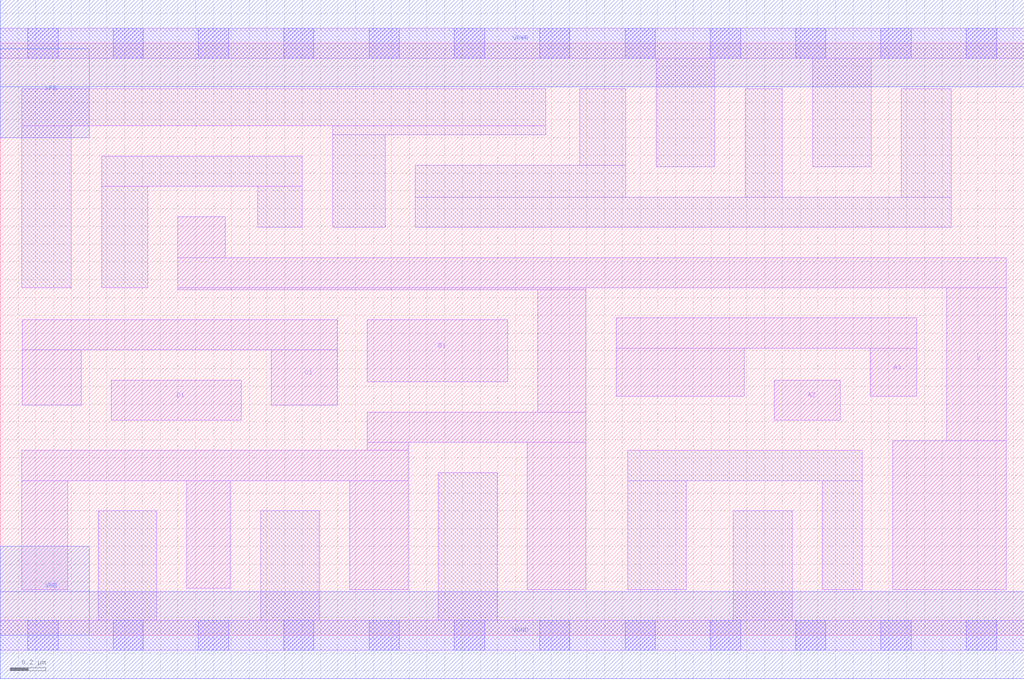
<source format=lef>
# Copyright 2020 The SkyWater PDK Authors
#
# Licensed under the Apache License, Version 2.0 (the "License");
# you may not use this file except in compliance with the License.
# You may obtain a copy of the License at
#
#     https://www.apache.org/licenses/LICENSE-2.0
#
# Unless required by applicable law or agreed to in writing, software
# distributed under the License is distributed on an "AS IS" BASIS,
# WITHOUT WARRANTIES OR CONDITIONS OF ANY KIND, either express or implied.
# See the License for the specific language governing permissions and
# limitations under the License.
#
# SPDX-License-Identifier: Apache-2.0

VERSION 5.5 ;
NAMESCASESENSITIVE ON ;
BUSBITCHARS "[]" ;
DIVIDERCHAR "/" ;
MACRO sky130_fd_sc_lp__a2111oi_2
  CLASS CORE ;
  SOURCE USER ;
  ORIGIN  0.000000  0.000000 ;
  SIZE  5.760000 BY  3.330000 ;
  SYMMETRY X Y R90 ;
  SITE unit ;
  PIN A1
    ANTENNAGATEAREA  0.630000 ;
    DIRECTION INPUT ;
    USE SIGNAL ;
    PORT
      LAYER li1 ;
        RECT 3.465000 1.345000 4.185000 1.615000 ;
        RECT 3.465000 1.615000 5.155000 1.785000 ;
        RECT 4.895000 1.345000 5.155000 1.615000 ;
    END
  END A1
  PIN A2
    ANTENNAGATEAREA  0.630000 ;
    DIRECTION INPUT ;
    USE SIGNAL ;
    PORT
      LAYER li1 ;
        RECT 4.355000 1.210000 4.725000 1.435000 ;
    END
  END A2
  PIN B1
    ANTENNAGATEAREA  0.630000 ;
    DIRECTION INPUT ;
    USE SIGNAL ;
    PORT
      LAYER li1 ;
        RECT 2.065000 1.425000 2.855000 1.775000 ;
    END
  END B1
  PIN C1
    ANTENNAGATEAREA  0.630000 ;
    DIRECTION INPUT ;
    USE SIGNAL ;
    PORT
      LAYER li1 ;
        RECT 0.125000 1.295000 0.455000 1.605000 ;
        RECT 0.125000 1.605000 1.895000 1.775000 ;
        RECT 1.525000 1.295000 1.895000 1.605000 ;
    END
  END C1
  PIN D1
    ANTENNAGATEAREA  0.630000 ;
    DIRECTION INPUT ;
    USE SIGNAL ;
    PORT
      LAYER li1 ;
        RECT 0.625000 1.210000 1.355000 1.435000 ;
    END
  END D1
  PIN Y
    ANTENNADIFFAREA  1.541400 ;
    DIRECTION OUTPUT ;
    USE SIGNAL ;
    PORT
      LAYER li1 ;
        RECT 0.120000 0.255000 0.380000 0.870000 ;
        RECT 0.120000 0.870000 2.295000 1.040000 ;
        RECT 1.000000 1.945000 3.295000 1.955000 ;
        RECT 1.000000 1.955000 5.660000 2.125000 ;
        RECT 1.000000 2.125000 1.265000 2.355000 ;
        RECT 1.050000 0.265000 1.295000 0.870000 ;
        RECT 1.965000 0.255000 2.295000 0.870000 ;
        RECT 2.065000 1.040000 2.295000 1.085000 ;
        RECT 2.065000 1.085000 3.295000 1.255000 ;
        RECT 2.965000 0.255000 3.295000 1.085000 ;
        RECT 3.025000 1.255000 3.295000 1.945000 ;
        RECT 5.020000 0.255000 5.660000 1.095000 ;
        RECT 5.325000 1.095000 5.660000 1.955000 ;
    END
  END Y
  PIN VGND
    DIRECTION INOUT ;
    USE GROUND ;
    PORT
      LAYER met1 ;
        RECT 0.000000 -0.245000 5.760000 0.245000 ;
    END
  END VGND
  PIN VNB
    DIRECTION INOUT ;
    USE GROUND ;
    PORT
    END
  END VNB
  PIN VPB
    DIRECTION INOUT ;
    USE POWER ;
    PORT
    END
  END VPB
  PIN VNB
    DIRECTION INOUT ;
    USE GROUND ;
    PORT
      LAYER met1 ;
        RECT 0.000000 0.000000 0.500000 0.500000 ;
    END
  END VNB
  PIN VPB
    DIRECTION INOUT ;
    USE POWER ;
    PORT
      LAYER met1 ;
        RECT 0.000000 2.800000 0.500000 3.300000 ;
    END
  END VPB
  PIN VPWR
    DIRECTION INOUT ;
    USE POWER ;
    PORT
      LAYER met1 ;
        RECT 0.000000 3.085000 5.760000 3.575000 ;
    END
  END VPWR
  OBS
    LAYER li1 ;
      RECT 0.000000 -0.085000 5.760000 0.085000 ;
      RECT 0.000000  3.245000 5.760000 3.415000 ;
      RECT 0.120000  1.955000 0.400000 2.865000 ;
      RECT 0.120000  2.865000 3.070000 3.075000 ;
      RECT 0.550000  0.085000 0.880000 0.700000 ;
      RECT 0.570000  1.955000 0.830000 2.525000 ;
      RECT 0.570000  2.525000 1.700000 2.695000 ;
      RECT 1.450000  2.295000 1.700000 2.525000 ;
      RECT 1.465000  0.085000 1.795000 0.700000 ;
      RECT 1.870000  2.295000 2.165000 2.815000 ;
      RECT 1.870000  2.815000 3.070000 2.865000 ;
      RECT 2.335000  2.295000 5.350000 2.465000 ;
      RECT 2.335000  2.465000 3.520000 2.645000 ;
      RECT 2.465000  0.085000 2.795000 0.915000 ;
      RECT 3.260000  2.645000 3.520000 3.075000 ;
      RECT 3.530000  0.255000 3.860000 0.870000 ;
      RECT 3.530000  0.870000 4.850000 1.040000 ;
      RECT 3.690000  2.635000 4.020000 3.245000 ;
      RECT 4.125000  0.085000 4.455000 0.700000 ;
      RECT 4.190000  2.465000 4.400000 3.075000 ;
      RECT 4.570000  2.635000 4.900000 3.245000 ;
      RECT 4.625000  0.255000 4.850000 0.870000 ;
      RECT 5.070000  2.465000 5.350000 3.075000 ;
    LAYER mcon ;
      RECT 0.155000 -0.085000 0.325000 0.085000 ;
      RECT 0.155000  3.245000 0.325000 3.415000 ;
      RECT 0.635000 -0.085000 0.805000 0.085000 ;
      RECT 0.635000  3.245000 0.805000 3.415000 ;
      RECT 1.115000 -0.085000 1.285000 0.085000 ;
      RECT 1.115000  3.245000 1.285000 3.415000 ;
      RECT 1.595000 -0.085000 1.765000 0.085000 ;
      RECT 1.595000  3.245000 1.765000 3.415000 ;
      RECT 2.075000 -0.085000 2.245000 0.085000 ;
      RECT 2.075000  3.245000 2.245000 3.415000 ;
      RECT 2.555000 -0.085000 2.725000 0.085000 ;
      RECT 2.555000  3.245000 2.725000 3.415000 ;
      RECT 3.035000 -0.085000 3.205000 0.085000 ;
      RECT 3.035000  3.245000 3.205000 3.415000 ;
      RECT 3.515000 -0.085000 3.685000 0.085000 ;
      RECT 3.515000  3.245000 3.685000 3.415000 ;
      RECT 3.995000 -0.085000 4.165000 0.085000 ;
      RECT 3.995000  3.245000 4.165000 3.415000 ;
      RECT 4.475000 -0.085000 4.645000 0.085000 ;
      RECT 4.475000  3.245000 4.645000 3.415000 ;
      RECT 4.955000 -0.085000 5.125000 0.085000 ;
      RECT 4.955000  3.245000 5.125000 3.415000 ;
      RECT 5.435000 -0.085000 5.605000 0.085000 ;
      RECT 5.435000  3.245000 5.605000 3.415000 ;
  END
END sky130_fd_sc_lp__a2111oi_2
END LIBRARY

</source>
